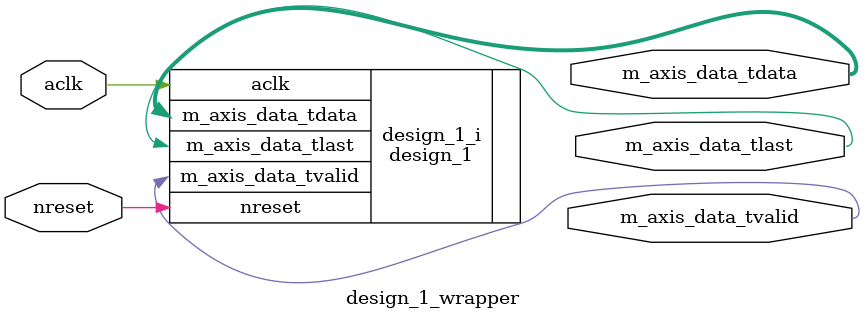
<source format=v>
`timescale 1 ps / 1 ps

module design_1_wrapper
   (aclk,
    m_axis_data_tdata,
    m_axis_data_tlast,
    m_axis_data_tvalid,
    nreset);
  input aclk;
  output [31:0]m_axis_data_tdata;
  output m_axis_data_tlast;
  output m_axis_data_tvalid;
  input nreset;

  wire aclk;
  wire [31:0]m_axis_data_tdata;
  wire m_axis_data_tlast;
  wire m_axis_data_tvalid;
  wire nreset;

  design_1 design_1_i
       (.aclk(aclk),
        .m_axis_data_tdata(m_axis_data_tdata),
        .m_axis_data_tlast(m_axis_data_tlast),
        .m_axis_data_tvalid(m_axis_data_tvalid),
        .nreset(nreset));
endmodule

</source>
